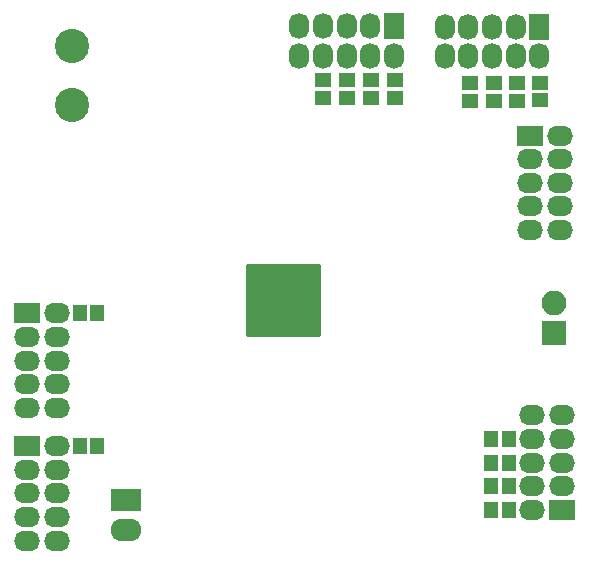
<source format=gbs>
G04 #@! TF.FileFunction,Soldermask,Bot*
%FSLAX46Y46*%
G04 Gerber Fmt 4.6, Leading zero omitted, Abs format (unit mm)*
G04 Created by KiCad (PCBNEW 4.0.5) date 08/31/17 21:58:28*
%MOMM*%
%LPD*%
G01*
G04 APERTURE LIST*
%ADD10C,0.100000*%
%ADD11R,2.100000X2.100000*%
%ADD12O,2.100000X2.100000*%
%ADD13R,2.599640X1.924000*%
%ADD14O,2.599640X1.924000*%
%ADD15R,1.700000X2.200000*%
%ADD16O,1.700000X2.200000*%
%ADD17R,2.200000X1.700000*%
%ADD18O,2.200000X1.700000*%
%ADD19C,2.900000*%
%ADD20R,1.400760X1.299160*%
%ADD21R,1.299160X1.400760*%
%ADD22C,0.250000*%
G04 APERTURE END LIST*
D10*
D11*
X139242800Y-118211600D03*
D12*
X139242800Y-115671600D03*
D13*
X102971600Y-132334000D03*
D14*
X102971600Y-134874000D03*
D15*
X137982200Y-92260400D03*
D16*
X137982200Y-94760400D03*
X135982200Y-92260400D03*
X135982200Y-94760400D03*
X133982200Y-92260400D03*
X133982200Y-94760400D03*
X131982200Y-92260400D03*
X131982200Y-94760400D03*
X129982200Y-92260400D03*
X129982200Y-94760400D03*
D15*
X125666600Y-92207700D03*
D16*
X125666600Y-94707700D03*
X123666600Y-92207700D03*
X123666600Y-94707700D03*
X121666600Y-92207700D03*
X121666600Y-94707700D03*
X119666600Y-92207700D03*
X119666600Y-94707700D03*
X117666600Y-92207700D03*
X117666600Y-94707700D03*
D17*
X137230800Y-101460800D03*
D18*
X139730800Y-101460800D03*
X137230800Y-103460800D03*
X139730800Y-103460800D03*
X137230800Y-105460800D03*
X139730800Y-105460800D03*
X137230800Y-107460800D03*
X139730800Y-107460800D03*
X137230800Y-109460800D03*
X139730800Y-109460800D03*
D17*
X139883200Y-133146300D03*
D18*
X137383200Y-133146300D03*
X139883200Y-131146300D03*
X137383200Y-131146300D03*
X139883200Y-129146300D03*
X137383200Y-129146300D03*
X139883200Y-127146300D03*
X137383200Y-127146300D03*
X139883200Y-125146300D03*
X137383200Y-125146300D03*
D17*
X94609600Y-116510300D03*
D18*
X97109600Y-116510300D03*
X94609600Y-118510300D03*
X97109600Y-118510300D03*
X94609600Y-120510300D03*
X97109600Y-120510300D03*
X94609600Y-122510300D03*
X97109600Y-122510300D03*
X94609600Y-124510300D03*
X97109600Y-124510300D03*
D17*
X94647700Y-127749800D03*
D18*
X97147700Y-127749800D03*
X94647700Y-129749800D03*
X97147700Y-129749800D03*
X94647700Y-131749800D03*
X97147700Y-131749800D03*
X94647700Y-133749800D03*
X97147700Y-133749800D03*
X94647700Y-135749800D03*
X97147700Y-135749800D03*
D19*
X98425000Y-93893000D03*
X98425000Y-98893000D03*
D20*
X125740000Y-96768160D03*
X125740000Y-98271840D03*
X138070000Y-96988160D03*
X138070000Y-98491840D03*
D21*
X99070160Y-116484400D03*
X100573840Y-116484400D03*
X99070160Y-127762000D03*
X100573840Y-127762000D03*
D20*
X132085600Y-96994160D03*
X132085600Y-98497840D03*
X134117600Y-96994160D03*
X134117600Y-98497840D03*
X136098800Y-96994160D03*
X136098800Y-98497840D03*
X119634600Y-96769860D03*
X119634600Y-98273540D03*
X121666600Y-96769860D03*
X121666600Y-98273540D03*
X123698600Y-96769860D03*
X123698600Y-98273540D03*
D21*
X133918960Y-133146800D03*
X135422640Y-133146800D03*
X133918960Y-131165600D03*
X135422640Y-131165600D03*
X133918960Y-129184400D03*
X135422640Y-129184400D03*
X133918960Y-127152400D03*
X135422640Y-127152400D03*
D22*
G36*
X119356600Y-118391400D02*
X113205800Y-118391400D01*
X113205800Y-112393000D01*
X119356600Y-112393000D01*
X119356600Y-118391400D01*
X119356600Y-118391400D01*
G37*
X119356600Y-118391400D02*
X113205800Y-118391400D01*
X113205800Y-112393000D01*
X119356600Y-112393000D01*
X119356600Y-118391400D01*
M02*

</source>
